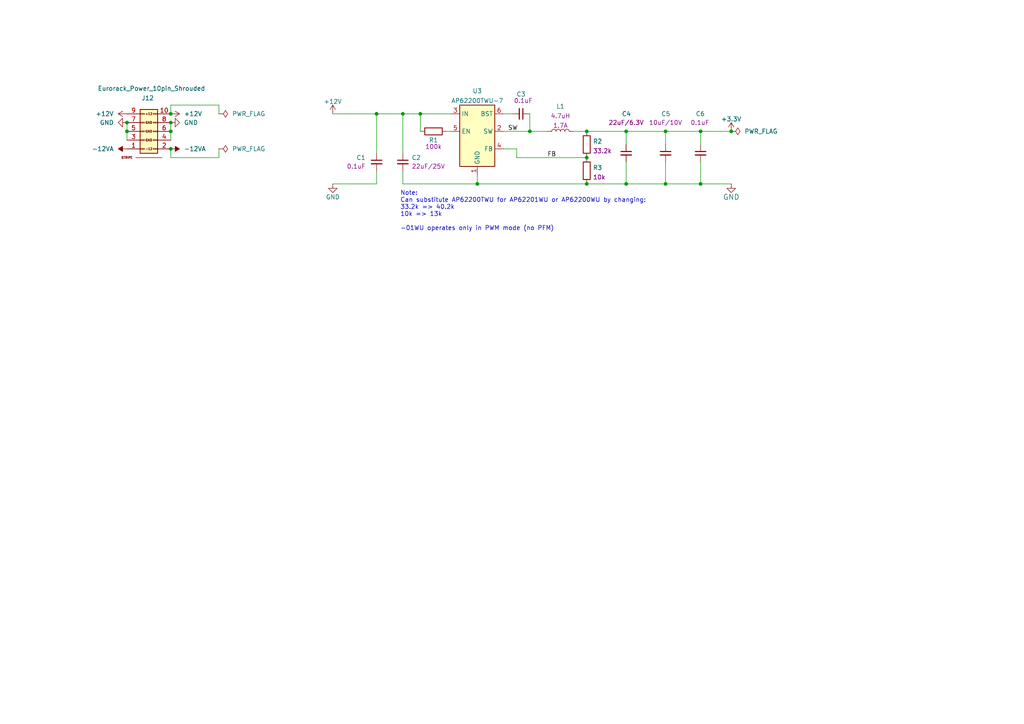
<source format=kicad_sch>
(kicad_sch (version 20231120) (generator "eeschema") (generator_version "8.0")
  (paper "A4")
  (lib_symbols
    (symbol "4ms_Capacitor:0.1uF_0603_16V" (pin_numbers hide) (pin_names (offset 0.254) hide)
      (property "Reference" "C" (at 1.905 1.27 0))
      (property "Display" "0.1uF" (at 1.905 -1.27 0))
      (symbol "0.1uF_0603_16V_0_1"
        (polyline (pts (xy -1.524 -0.508) (xy 1.524 -0.508)) (stroke (width 0.3302)))
        (polyline (pts (xy -1.524 0.508) (xy 1.524 0.508)) (stroke (width 0.3048)))
      )
      (symbol "0.1uF_0603_16V_1_1"
        (pin passive line (at 0 2.54 270) (length 2.032) (name "~") (number "1"))
        (pin passive line (at 0 -2.54 90) (length 2.032) (name "~") (number "2"))
      )
    )
    (symbol "4ms_Capacitor:10uF_0603_10V" (pin_numbers hide) (pin_names (offset 0.254) hide)
      (property "Reference" "C" (at 1.905 1.27 0))
      (property "Display" "10uF/10V" (at 1.905 -1.27 0))
      (symbol "10uF_0603_10V_0_1"
        (polyline (pts (xy -1.524 -0.508) (xy 1.524 -0.508)) (stroke (width 0.3302)))
        (polyline (pts (xy -1.524 0.508) (xy 1.524 0.508)) (stroke (width 0.3048)))
      )
      (symbol "10uF_0603_10V_1_1"
        (pin passive line (at 0 2.54 270) (length 2.032) (name "~") (number "1"))
        (pin passive line (at 0 -2.54 90) (length 2.032) (name "~") (number "2"))
      )
    )
    (symbol "4ms_Capacitor:22uF_0805_25V" (pin_numbers hide) (pin_names (offset 0.254))
      (property "Reference" "C" (at 1.905 1.27 0))
      (property "Display" "22uF/25V" (at 1.905 -1.27 0))
      (symbol "22uF_0805_25V_1_1"
        (polyline (pts (xy -1.524 -0.508) (xy 1.524 -0.508)) (stroke (width 0.3302)))
        (polyline (pts (xy -1.524 0.508) (xy 1.524 0.508)) (stroke (width 0.3048)))
        (pin passive line (at 0 2.54 270) (length 2.032) (name "~") (number "1"))
        (pin passive line (at 0 -2.54 90) (length 2.032) (name "~") (number "2"))
      )
    )
    (symbol "4ms_Capacitor:22uF_0805_6.3V" (pin_numbers hide) (pin_names (offset 0.254) hide)
      (property "Reference" "C" (at 1.905 1.27 0))
      (property "Display" "22uF/6.3V" (at 1.905 -1.27 0))
      (symbol "22uF_0805_6.3V_0_1"
        (polyline (pts (xy -1.524 -0.508) (xy 1.524 -0.508)) (stroke (width 0.3302)))
        (polyline (pts (xy -1.524 0.508) (xy 1.524 0.508)) (stroke (width 0.3048)))
      )
      (symbol "22uF_0805_6.3V_1_1"
        (pin passive line (at 0 2.54 270) (length 2.032) (name "~") (number "1"))
        (pin passive line (at 0 -2.54 90) (length 2.032) (name "~") (number "2"))
      )
    )
    (symbol "4ms_Connector:Eurorack_Power_10pin_Shrouded" (pin_names (offset 0.0254) hide)
      (property "Reference" "J" (at 0 7.62 0))
      (property "Value" "Eurorack_Power_10pin_Shrouded" (at 0 10.16 0))
      (symbol "Eurorack_Power_10pin_Shrouded_0_0"
        (text "+12" (at 0 5.08 0) (effects (font (size 0.635 0.635))))
        (text "-12" (at 0 -5.08 0) (effects (font (size 0.635 0.635))))
        (text "GND" (at 0 -2.54 0) (effects (font (size 0.635 0.635))))
        (text "GND" (at 0 0 0) (effects (font (size 0.635 0.635))))
        (text "GND" (at 0 2.54 0) (effects (font (size 0.635 0.635))))
        (text "STRIPE" (at -6.35 -7.62 0) (effects (font (size 0.635 0.635))))
      )
      (symbol "Eurorack_Power_10pin_Shrouded_0_1"
        (rectangle (start -2.54 -6.35) (end 2.54 6.35) (stroke (width 0.254)) (fill (type background)))
        (rectangle (start -2.54 -4.953) (end -1.27 -5.207))
        (rectangle (start -2.54 -2.413) (end -1.27 -2.667))
        (rectangle (start -2.54 0.127) (end -1.27 -0.127))
        (rectangle (start -2.54 2.667) (end -1.27 2.413))
        (rectangle (start -2.54 5.207) (end -1.27 4.953))
        (polyline (pts (xy -3.81 -7.62) (xy 3.81 -7.62) (xy 1.27 -7.62)))
        (rectangle (start 1.27 -4.953) (end 2.54 -5.207))
        (rectangle (start 1.27 -2.413) (end 2.54 -2.667))
        (rectangle (start 1.27 0.127) (end 2.54 -0.127))
        (rectangle (start 1.27 2.667) (end 2.54 2.413))
        (rectangle (start 1.27 5.207) (end 2.54 4.953))
      )
      (symbol "Eurorack_Power_10pin_Shrouded_1_1"
        (pin passive line (at -6.35 -5.08 0) (length 3.81) (name "-12V") (number "1"))
        (pin passive line (at 6.35 5.08 180) (length 3.81) (name "+12V") (number "10"))
        (pin passive line (at 6.35 -5.08 180) (length 3.81) (name "-12V") (number "2"))
        (pin passive line (at -6.35 -2.54 0) (length 3.81) (name "GND") (number "3"))
        (pin passive line (at 6.35 -2.54 180) (length 3.81) (name "GND") (number "4"))
        (pin passive line (at -6.35 0 0) (length 3.81) (name "GND") (number "5"))
        (pin passive line (at 6.35 0 180) (length 3.81) (name "GND") (number "6"))
        (pin passive line (at -6.35 2.54 0) (length 3.81) (name "GND") (number "7"))
        (pin passive line (at 6.35 2.54 180) (length 3.81) (name "GND") (number "8"))
        (pin passive line (at -6.35 5.08 0) (length 3.81) (name "+12V") (number "9"))
      )
    )
    (symbol "4ms_IC:AP62200TWU-7"
      (property "Reference" "U" (at 0 12.7 0))
      (property "Value" "AP62200TWU-7" (at 0 10.16 0))
      (symbol "AP62200TWU-7_0_1"
        (rectangle (start -5.08 8.89) (end 5.08 -8.89) (stroke (width 0.254)) (fill (type background)))
      )
      (symbol "AP62200TWU-7_1_1"
        (pin power_in line (at 0 -11.43 90) (length 2.54) (name "GND") (number "1"))
        (pin power_out line (at 7.62 1.27 180) (length 2.54) (name "SW") (number "2"))
        (pin power_in line (at -7.62 6.35 0) (length 2.54) (name "IN") (number "3"))
        (pin input line (at 7.62 -3.81 180) (length 2.54) (name "FB") (number "4"))
        (pin input line (at -7.62 1.27 0) (length 2.54) (name "EN") (number "5"))
        (pin output line (at 7.62 6.35 180) (length 2.54) (name "BST") (number "6"))
      )
    )
    (symbol "4ms_Inductor:4.7uH_1.2A_40xx" (pin_numbers hide) (pin_names (offset 1.016) hide)
      (property "Reference" "L" (at -1.27 0 90))
      (property "Display" "4.7uH" (at 2.54 0 90))
      (property "Display 2" "1.7A" (at 4.318 -0.0508 90))
      (symbol "4.7uH_1.2A_40xx_0_1"
        (arc (start 0 -2.54) (mid 0.6323 -1.905) (end 0 -1.27))
        (arc (start 0 -1.27) (mid 0.6323 -0.635) (end 0 0))
        (arc (start 0 0) (mid 0.6323 0.635) (end 0 1.27))
        (arc (start 0 1.27) (mid 0.6323 1.905) (end 0 2.54))
      )
      (symbol "4.7uH_1.2A_40xx_1_1"
        (pin passive line (at 0 3.81 270) (length 1.27) (name "1") (number "1"))
        (pin passive line (at 0 -3.81 90) (length 1.27) (name "2") (number "2"))
      )
    )
    (symbol "4ms_Power-symbol:+12V" (power) (pin_names (offset 0))
      (property "Value" "+12V" (at 0 3.556 0))
      (symbol "+12V_0_1"
        (polyline (pts (xy -0.762 1.27) (xy 0 2.54)))
        (polyline (pts (xy 0 0) (xy 0 2.54)))
        (polyline (pts (xy 0 2.54) (xy 0.762 1.27)))
      )
      (symbol "+12V_1_1"
        (pin power_in line (at 0 0 90) (length 0) hide (name "+12V") (number "1"))
      )
    )
    (symbol "4ms_Power-symbol:+3.3V" (power) (pin_names (offset 0))
      (property "Value" "+3.3V" (at 0 3.556 0))
      (symbol "+3.3V_0_1"
        (polyline (pts (xy -0.762 1.27) (xy 0 2.54)))
        (polyline (pts (xy 0 0) (xy 0 2.54)))
        (polyline (pts (xy 0 2.54) (xy 0.762 1.27)))
      )
      (symbol "+3.3V_1_1"
        (pin power_in line (at 0 0 90) (length 0) hide (name "+3V3") (number "1"))
      )
    )
    (symbol "4ms_Power-symbol:-12VA" (power) (pin_names (offset 0))
      (property "Value" "-12VA" (at 0 3.556 0))
      (symbol "-12VA_0_0"
        (pin power_in line (at 0 0 90) (length 0) hide (name "-12VA") (number "1"))
      )
      (symbol "-12VA_0_1"
        (polyline (pts (xy 0 0) (xy 0 1.27) (xy 0.762 1.27) (xy 0 2.54) (xy -0.762 1.27) (xy 0 1.27)) (fill (type outline)))
      )
    )
    (symbol "4ms_Power-symbol:GND" (power) (pin_names (offset 0))
      (property "Value" "GND" (at 0 -3.81 0))
      (symbol "GND_0_1"
        (polyline (pts (xy 0 0) (xy 0 -1.27) (xy 1.27 -1.27) (xy 0 -2.54) (xy -1.27 -1.27) (xy 0 -1.27)))
      )
      (symbol "GND_1_1"
        (pin power_in line (at 0 0 270) (length 0) hide (name "GND") (number "1"))
      )
    )
    (symbol "4ms_Resistor:100k_0603" (pin_numbers hide) (pin_names (offset 0))
      (property "Reference" "R" (at 2.032 0 90))
      (property "Display" "100k" (at 3.81 0 90))
      (symbol "100k_0603_0_1"
        (rectangle (start -1.016 -2.54) (end 1.016 2.54) (stroke (width 0.254)))
      )
      (symbol "100k_0603_1_1"
        (pin passive line (at 0 3.81 270) (length 1.27) (name "~") (number "1"))
        (pin passive line (at 0 -3.81 90) (length 1.27) (name "~") (number "2"))
      )
    )
    (symbol "4ms_Resistor:10k_0603" (pin_numbers hide) (pin_names (offset 0))
      (property "Reference" "R" (at 2.032 0 90))
      (property "Display" "10k" (at 3.81 0 90))
      (symbol "10k_0603_0_1"
        (rectangle (start -1.016 -2.54) (end 1.016 2.54) (stroke (width 0.254)))
      )
      (symbol "10k_0603_1_1"
        (pin passive line (at 0 3.81 270) (length 1.27) (name "~") (number "1"))
        (pin passive line (at 0 -3.81 90) (length 1.27) (name "~") (number "2"))
      )
    )
    (symbol "4ms_Resistor:33.2k_0603" (pin_numbers hide) (pin_names (offset 0))
      (property "Reference" "R" (at 2.032 0 90))
      (property "Display" "33.2k" (at 3.81 0 90))
      (symbol "33.2k_0603_0_1"
        (rectangle (start -1.016 -2.54) (end 1.016 2.54) (stroke (width 0.254)))
      )
      (symbol "33.2k_0603_1_1"
        (pin passive line (at 0 3.81 270) (length 1.27) (name "~") (number "1"))
        (pin passive line (at 0 -3.81 90) (length 1.27) (name "~") (number "2"))
      )
    )
    (symbol "power:GND" (power) (pin_numbers hide) (pin_names (offset 0) hide)
      (property "Value" "GND" (at 0 -3.81 0))
      (symbol "GND_0_1"
        (polyline (pts (xy 0 0) (xy 0 -1.27) (xy 1.27 -1.27) (xy 0 -2.54) (xy -1.27 -1.27) (xy 0 -1.27)))
      )
      (symbol "GND_1_1"
        (pin power_in line (at 0 0 270) (length 0) (name "~") (number "1"))
      )
    )
    (symbol "power:PWR_FLAG" (power) (pin_numbers hide) (pin_names (offset 0) hide)
      (property "Value" "PWR_FLAG" (at 0 3.81 0))
      (symbol "PWR_FLAG_0_0"
        (pin power_out line (at 0 0 90) (length 0) (name "~") (number "1"))
      )
      (symbol "PWR_FLAG_0_1"
        (polyline (pts (xy 0 0) (xy 0 1.27) (xy -1.016 1.905) (xy 0 2.54) (xy 1.016 1.905) (xy 0 1.27)))
      )
    )
  )
  (junction (at 170.18 45.72))
  (junction (at 181.61 38.1))
  (junction (at 138.43 53.34))
  (junction (at 170.18 53.34))
  (junction (at 49.53 38.1))
  (junction (at 212.09 38.1))
  (junction (at 121.92 33.02))
  (junction (at 170.18 38.1))
  (junction (at 49.53 35.56))
  (junction (at 116.84 33.02))
  (junction (at 36.83 35.56))
  (junction (at 203.2 53.34))
  (junction (at 193.04 53.34))
  (junction (at 153.67 38.1))
  (junction (at 36.83 38.1))
  (junction (at 49.53 33.02))
  (junction (at 109.22 33.02))
  (junction (at 193.04 38.1))
  (junction (at 49.53 43.18))
  (junction (at 181.61 53.34))
  (junction (at 203.2 38.1))
  (wire (pts (xy 63.5 33.02) (xy 63.5 30.48)))
  (wire (pts (xy 170.18 38.1) (xy 181.61 38.1)))
  (wire (pts (xy 193.04 38.1) (xy 193.04 41.91)))
  (wire (pts (xy 49.53 45.72) (xy 63.5 45.72)))
  (wire (pts (xy 170.18 53.34) (xy 181.61 53.34)))
  (wire (pts (xy 49.53 35.56) (xy 49.53 38.1)))
  (wire (pts (xy 121.92 38.1) (xy 121.92 33.02)))
  (wire (pts (xy 203.2 38.1) (xy 212.09 38.1)))
  (wire (pts (xy 138.43 53.34) (xy 170.18 53.34)))
  (wire (pts (xy 116.84 53.34) (xy 138.43 53.34)))
  (wire (pts (xy 203.2 53.34) (xy 212.09 53.34)))
  (wire (pts (xy 193.04 38.1) (xy 203.2 38.1)))
  (wire (pts (xy 193.04 53.34) (xy 203.2 53.34)))
  (wire (pts (xy 153.67 38.1) (xy 153.67 33.02)))
  (wire (pts (xy 121.92 33.02) (xy 130.81 33.02)))
  (wire (pts (xy 109.22 44.45) (xy 109.22 33.02)))
  (wire (pts (xy 203.2 46.99) (xy 203.2 53.34)))
  (wire (pts (xy 49.53 38.1) (xy 49.53 40.64)))
  (wire (pts (xy 149.86 45.72) (xy 170.18 45.72)))
  (wire (pts (xy 116.84 49.53) (xy 116.84 53.34)))
  (wire (pts (xy 146.05 33.02) (xy 148.59 33.02)))
  (wire (pts (xy 166.37 38.1) (xy 170.18 38.1)))
  (wire (pts (xy 109.22 53.34) (xy 96.52 53.34)))
  (wire (pts (xy 149.86 45.72) (xy 149.86 43.18)))
  (wire (pts (xy 36.83 35.56) (xy 36.83 38.1)))
  (wire (pts (xy 36.83 38.1) (xy 36.83 40.64)))
  (wire (pts (xy 138.43 50.8) (xy 138.43 53.34)))
  (wire (pts (xy 96.52 33.02) (xy 109.22 33.02)))
  (wire (pts (xy 116.84 33.02) (xy 116.84 44.45)))
  (wire (pts (xy 181.61 46.99) (xy 181.61 53.34)))
  (wire (pts (xy 116.84 33.02) (xy 121.92 33.02)))
  (wire (pts (xy 49.53 30.48) (xy 49.53 33.02)))
  (wire (pts (xy 146.05 38.1) (xy 153.67 38.1)))
  (wire (pts (xy 49.53 43.18) (xy 49.53 45.72)))
  (wire (pts (xy 181.61 38.1) (xy 193.04 38.1)))
  (wire (pts (xy 130.81 38.1) (xy 129.54 38.1)))
  (wire (pts (xy 109.22 33.02) (xy 116.84 33.02)))
  (wire (pts (xy 153.67 38.1) (xy 158.75 38.1)))
  (wire (pts (xy 181.61 38.1) (xy 181.61 41.91)))
  (wire (pts (xy 203.2 41.91) (xy 203.2 38.1)))
  (wire (pts (xy 193.04 46.99) (xy 193.04 53.34)))
  (wire (pts (xy 181.61 53.34) (xy 193.04 53.34)))
  (wire (pts (xy 109.22 49.53) (xy 109.22 53.34)))
  (wire (pts (xy 149.86 43.18) (xy 146.05 43.18)))
  (wire (pts (xy 63.5 45.72) (xy 63.5 43.18)))
  (wire (pts (xy 63.5 30.48) (xy 49.53 30.48)))
  (text "Note:\nCan substitute AP62200TWU for AP62201WU or AP62200WU by changing:\n33.2k => 40.2k\n10k => 13k\n\n-01WU operates only in PWM mode (no PFM)" (at 116.078 67.056 0) (effects (font (size 1.27 1.27)) (justify left bottom)))
  (label "SW" (at 147.32 38.1 0))
  (label "FB" (at 158.75 45.72 0))
  (symbol (lib_id "4ms_Power-symbol:+12V") (at 96.52 33.02 0) (unit 1)
    (property "Reference" "#PWR021" (effects (hide yes)))
    (property "Value" "+12V" (at 96.52 29.464 0))
  )
  (symbol (lib_id "4ms_Inductor:4.7uH_1.2A_40xx") (at 162.56 38.1 90) (unit 1)
    (property "Reference" "L1" (at 162.56 30.8503 90))
    (property "Value" "4.7uH_1.2A_40xx" (effects (hide yes)))
    (property "Footprint" "Inductor_SMD:L_Taiyo-Yuden_NR-40xx" (effects (hide yes)))
    (property "Datasheet" "https://www.mouser.com/datasheet/2/3/ASPI-4030S-1774929.pdf" (effects (hide yes)))
    (property "Specifications" "4.7uH, Isat>1.7A, Idc>1.2A, Rdc<=108mOhms, shielded" (effects (hide yes)))
    (property "Manufacturer" "Taiyo Yuden" (effects (hide yes)))
    (property "Part Number" "NRS4018T6R8MDGJ" (effects (hide yes)))
    (property "Display" "4.7uH" (at 162.56 33.6254 90))
    (property "Display 2" "1.7A" (at 162.56 36.4005 90))
    (property "Manufacturer 2" "Taiyo Yuden" (effects (hide yes)))
    (property "Part Number 2" "NR4018T4R7M" (effects (hide yes)))
    (property "Manufacturer 3" "Bournes" (effects (hide yes)))
    (property "Part Number 3" "SRN4018TA-4R7M" (effects (hide yes)))
    (property "Manufacturer 4" "ABRACON" (effects (hide yes)))
    (property "Part Number 4" "ASPI-0418FS-4R7M-T3" (effects (hide yes)))
  )
  (symbol (lib_id "4ms_Capacitor:0.1uF_0603_16V") (at 109.22 46.99 0) (unit 1)
    (property "Reference" "C1" (at 106.045 45.72 0) (effects (justify right)))
    (property "Value" "0.1uF_0603_16V" (effects (hide yes)))
    (property "Footprint" "4ms_Capacitor:C_0603" (effects (hide yes)))
    (property "Display" "0.1uF" (at 106.045 48.26 0) (effects (justify right)))
    (property "Manufacturer" "AVX Corporation" (effects (hide yes)))
    (property "Part Number" "0603YC104KAT2A" (effects (hide yes)))
    (property "Specifications" "0.1uF, Min. 16V 10%, X7R or X5R or similar" (effects (hide yes)))
    (property "JLCPCB ID" "C14663" (effects (hide yes)))
  )
  (symbol (lib_id "4ms_Power-symbol:-12VA") (at 36.83 43.18 90) (unit 1)
    (property "Reference" "#PWR029" (effects (hide yes)))
    (property "Value" "-12VA" (at 33.02 43.1799 90) (effects (justify left)))
  )
  (symbol (lib_id "4ms_IC:AP62200TWU-7") (at 138.43 39.37 0) (unit 1)
    (property "Reference" "U3" (at 138.43 26.3652 0))
    (property "Value" "AP62200TWU-7" (at 138.43 29.21 0))
    (property "Footprint" "4ms_Package_SOT:TSOT-23-6" (effects (hide yes)))
    (property "Datasheet" "https://www.mouser.com/datasheet/2/115/DIOD_S_A0012994370_1-2543895.pdf" (effects (hide yes)))
    (property "Manufacturer" "Diodes Incorporated" (effects (hide yes)))
    (property "Specifications" "DC/DC Buck Converter 750kHz 18VinMax 2A Synchronous" (effects (hide yes)))
    (property "Part Number" "AP62200T" (effects (hide yes)))
  )
  (symbol (lib_id "power:PWR_FLAG") (at 63.5 33.02 270) (unit 1)
    (property "Reference" "#FLG02" (effects (hide yes)))
    (property "Value" "PWR_FLAG" (at 67.31 33.0199 90) (effects (justify left)))
    (property "Description" "Special symbol for telling ERC where power comes from" (effects (hide yes)))
  )
  (symbol (lib_id "4ms_Capacitor:22uF_0805_6.3V") (at 181.61 44.45 0) (unit 1)
    (property "Reference" "C4" (at 180.34 33.02 0) (effects (justify left)))
    (property "Value" "22uF_0805_6.3V" (effects (hide yes)))
    (property "Footprint" "4ms_Capacitor:C_0805" (effects (hide yes)))
    (property "Manufacturer" "Taiyo Yuden" (effects (hide yes)))
    (property "Part number" "JMK212ABJ226MD-T" (effects (hide yes)))
    (property "Specifications" "22uF, Min 6.3V, MLCC, X5R X7S or similar" (effects (hide yes)))
    (property "Display" "22uF/6.3V" (at 181.61 35.56 0))
    (property "Part Number" "JMK212ABJ226MD-T" (effects (hide yes)))
    (property "JLCPCB ID" "C45783" (effects (hide yes)))
  )
  (symbol (lib_id "4ms_Resistor:100k_0603") (at 125.73 38.1 270) (unit 1)
    (property "Reference" "R1" (at 125.73 40.64 90))
    (property "Value" "100k_0603" (effects (hide yes)))
    (property "Footprint" "4ms_Resistor:R_0603" (effects (hide yes)))
    (property "Display" "100k" (at 125.73 42.545 90))
    (property "Manufacturer" "Yageo" (effects (hide yes)))
    (property "Part Number" "RC0603FR-07100KL" (effects (hide yes)))
    (property "Specifications" "100K, 1%, 1/10W, 0603" (effects (hide yes)))
    (property "JLCPCB ID" "C25803" (effects (hide yes)))
  )
  (symbol (lib_id "4ms_Power-symbol:+3.3V") (at 212.09 38.1 0) (unit 1)
    (property "Reference" "#PWR023" (effects (hide yes)))
    (property "Value" "+3.3V" (at 212.09 34.544 0))
  )
  (symbol (lib_id "power:GND") (at 36.83 35.56 270) (unit 1)
    (property "Reference" "#PWR025" (effects (hide yes)))
    (property "Value" "GND" (at 33.02 35.5599 90) (effects (justify right)))
    (property "Description" "Power symbol creates a global label with name \"GND\" , ground" (effects (hide yes)))
  )
  (symbol (lib_id "4ms_Capacitor:10uF_0603_10V") (at 193.04 44.45 0) (unit 1)
    (property "Reference" "C5" (at 191.77 33.02 0) (effects (justify left)))
    (property "Value" "10uF_0603_10V" (effects (hide yes)))
    (property "Footprint" "4ms_Capacitor:C_0603" (effects (hide yes)))
    (property "Specifications" "10uF, Min. 10V X5R 10%" (effects (hide yes)))
    (property "Display" "10uF/10V" (at 193.04 35.56 0))
    (property "Manufacturer" "Murata" (effects (hide yes)))
    (property "Part Number" "GRM188R61A106KE69D" (effects (hide yes)))
    (property "JLCPCB ID" "C19702" (effects (hide yes)))
  )
  (symbol (lib_id "4ms_Resistor:33.2k_0603") (at 170.18 41.91 0) (unit 1)
    (property "Reference" "R2" (at 171.958 41.0015 0) (effects (justify left)))
    (property "Value" "33.2k_0603" (effects (hide yes)))
    (property "Footprint" "4ms_Resistor:R_0603" (effects (hide yes)))
    (property "Specifications" "33.2k, 1%, 1/10W, 0603" (effects (hide yes)))
    (property "Manufacturer" "Yageo" (effects (hide yes)))
    (property "Part Number" "RT0603FRE0733K2L" (effects (hide yes)))
    (property "Display" "33.2k" (at 171.958 43.7766 0) (effects (justify left)))
    (property "JLCPCB ID" "C23003" (effects (hide yes)))
  )
  (symbol (lib_id "4ms_Power-symbol:+12V") (at 49.53 33.02 270) (unit 1)
    (property "Reference" "#PWR027" (effects (hide yes)))
    (property "Value" "+12V" (at 53.34 33.0199 90) (effects (justify left)))
  )
  (symbol (lib_id "4ms_Resistor:10k_0603") (at 170.18 49.53 0) (unit 1)
    (property "Reference" "R3" (at 171.958 48.6215 0) (effects (justify left)))
    (property "Value" "10k_0603" (effects (hide yes)))
    (property "Footprint" "4ms_Resistor:R_0603" (effects (hide yes)))
    (property "Specifications" "10K, 1%, 1/10W, 0603" (effects (hide yes)))
    (property "Manufacturer" "Yageo" (effects (hide yes)))
    (property "Part Number" "RC0603FR-0710KL" (effects (hide yes)))
    (property "Display" "10k" (at 171.958 51.3966 0) (effects (justify left)))
    (property "JLCPCB ID" "C25804" (effects (hide yes)))
  )
  (symbol (lib_id "4ms_Capacitor:0.1uF_0603_16V") (at 203.2 44.45 0) (unit 1)
    (property "Reference" "C6" (at 204.47 33.02 0) (effects (justify right)))
    (property "Value" "0.1uF_0603_16V" (effects (hide yes)))
    (property "Footprint" "4ms_Capacitor:C_0603" (effects (hide yes)))
    (property "Display" "0.1uF" (at 205.74 35.56 0) (effects (justify right)))
    (property "Manufacturer" "AVX Corporation" (effects (hide yes)))
    (property "Part Number" "0603YC104KAT2A" (effects (hide yes)))
    (property "Specifications" "0.1uF, Min. 16V 10%, X7R or X5R or similar" (effects (hide yes)))
    (property "JLCPCB ID" "C14663" (effects (hide yes)))
  )
  (symbol (lib_id "power:PWR_FLAG") (at 63.5 43.18 270) (unit 1)
    (property "Reference" "#FLG01" (effects (hide yes)))
    (property "Value" "PWR_FLAG" (at 67.31 43.1799 90) (effects (justify left)))
    (property "Description" "Special symbol for telling ERC where power comes from" (effects (hide yes)))
  )
  (symbol (lib_id "4ms_Power-symbol:+12V") (at 36.83 33.02 90) (unit 1)
    (property "Reference" "#PWR028" (effects (hide yes)))
    (property "Value" "+12V" (at 33.02 33.0199 90) (effects (justify left)))
  )
  (symbol (lib_id "4ms_Capacitor:22uF_0805_25V") (at 116.84 46.99 0) (unit 1)
    (property "Reference" "C2" (at 119.38 45.72 0) (effects (justify left)))
    (property "Value" "22uF_0805_25V" (effects (hide yes)))
    (property "Footprint" "4ms_Capacitor:C_0805" (effects (hide yes)))
    (property "Specifications" "22uF, Min 25V, 0805, MLCC, X5R or similar" (effects (hide yes)))
    (property "Display" "22uF/25V" (at 119.38 48.26 0) (effects (justify left)))
    (property "Manufacturer" "Murata" (effects (hide yes)))
    (property "Part Number" "GRM21BR61E226ME44L" (effects (hide yes)))
    (property "JLCPCB ID" "C45783" (effects (hide yes)))
  )
  (symbol (lib_id "4ms_Power-symbol:GND") (at 96.52 53.34 0) (unit 1)
    (property "Reference" "#PWR022" (effects (hide yes)))
    (property "Value" "GND" (at 96.52 57.15 0))
  )
  (symbol (lib_id "4ms_Power-symbol:-12VA") (at 49.53 43.18 270) (unit 1)
    (property "Reference" "#PWR030" (effects (hide yes)))
    (property "Value" "-12VA" (at 53.34 43.1799 90) (effects (justify left)))
  )
  (symbol (lib_id "power:GND") (at 49.53 35.56 90) (unit 1)
    (property "Reference" "#PWR026" (effects (hide yes)))
    (property "Value" "GND" (at 53.34 35.5599 90) (effects (justify right)))
    (property "Description" "Power symbol creates a global label with name \"GND\" , ground" (effects (hide yes)))
  )
  (symbol (lib_id "4ms_Capacitor:0.1uF_0603_16V") (at 151.13 33.02 270) (unit 1)
    (property "Reference" "C3" (at 151.13 27.3304 90))
    (property "Value" "0.1uF_0603_16V" (effects (hide yes)))
    (property "Footprint" "4ms_Capacitor:C_0603" (effects (hide yes)))
    (property "Specifications" "0.1uF, Min. 16V 10%, X7R or X5R or similar" (effects (hide yes)))
    (property "Display" "0.1uF" (at 151.765 29.21 90))
    (property "Manufacturer" "AVX Corporation" (effects (hide yes)))
    (property "Part Number" "0603YC104KAT2A" (effects (hide yes)))
    (property "JLCPCB ID" "C14663" (effects (hide yes)))
  )
  (symbol (lib_id "power:PWR_FLAG") (at 212.09 38.1 270) (unit 1)
    (property "Reference" "#FLG03" (effects (hide yes)))
    (property "Value" "PWR_FLAG" (at 215.9 38.0999 90) (effects (justify left)))
    (property "Description" "Special symbol for telling ERC where power comes from" (effects (hide yes)))
  )
  (symbol (lib_id "4ms_Power-symbol:GND") (at 212.09 53.34 0) (unit 1)
    (property "Reference" "#PWR024" (effects (hide yes)))
    (property "Value" "GND" (at 212.09 57.15 0) (effects (font (size 1.524 1.524))))
  )
  (symbol (lib_id "4ms_Connector:Eurorack_Power_10pin_Shrouded") (at 43.18 38.1 0) (unit 1)
    (property "Reference" "J12" (at 42.8513 28.448 0))
    (property "Value" "Eurorack_Power_10pin_Shrouded" (at 43.942 25.654 0))
    (property "Footprint" "4ms_Connector:Pins_2x05_2.54mm_TH_EurorackPower_Shrouded" (effects (hide yes)))
    (property "Datasheet" "https://www.mouser.com/datasheet/2/445/61201021621-1717731.pdf" (effects (hide yes)))
    (property "Description" "HEADER 2x5 MALE PINS 0.100” 180deg" (effects (hide yes)))
    (property "Specifications" "Shrouded header 10-Pin 2.54 Pitch" (effects (hide yes)))
    (property "Manufacturer" "Wurth Elektronik" (effects (hide yes)))
    (property "Part Number" "61201021621" (effects (hide yes)))
    (property "Production Stage" "B" (effects (hide yes)))
  )
)
</source>
